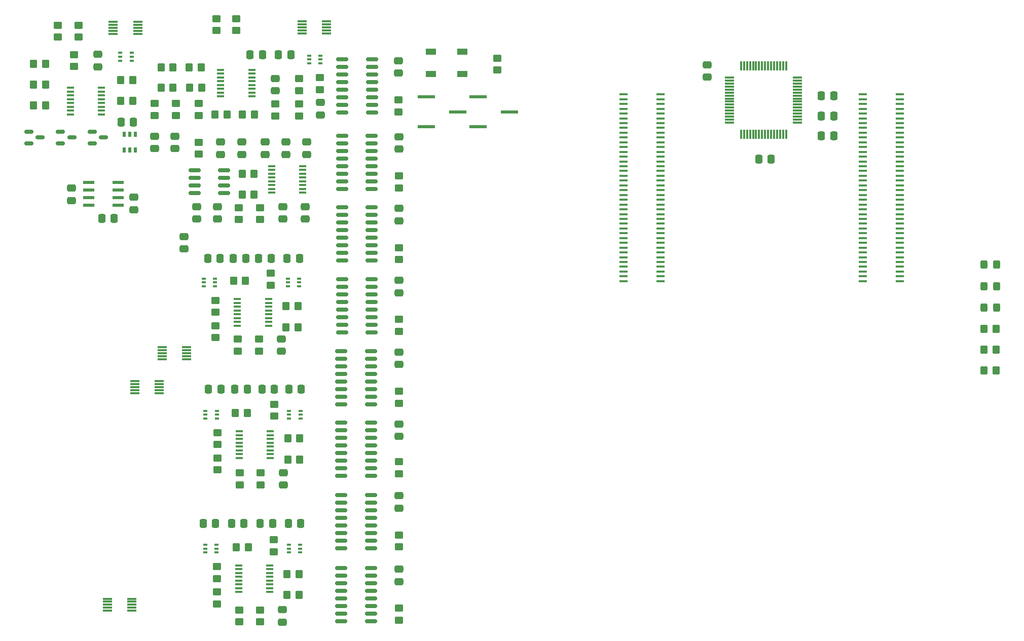
<source format=gtp>
%TF.GenerationSoftware,KiCad,Pcbnew,(6.0.8-1)-1*%
%TF.CreationDate,2022-11-17T19:15:12-05:00*%
%TF.ProjectId,HermEIS,4865726d-4549-4532-9e6b-696361645f70,rev?*%
%TF.SameCoordinates,Original*%
%TF.FileFunction,Paste,Top*%
%TF.FilePolarity,Positive*%
%FSLAX46Y46*%
G04 Gerber Fmt 4.6, Leading zero omitted, Abs format (unit mm)*
G04 Created by KiCad (PCBNEW (6.0.8-1)-1) date 2022-11-17 19:15:12*
%MOMM*%
%LPD*%
G01*
G04 APERTURE LIST*
G04 Aperture macros list*
%AMRoundRect*
0 Rectangle with rounded corners*
0 $1 Rounding radius*
0 $2 $3 $4 $5 $6 $7 $8 $9 X,Y pos of 4 corners*
0 Add a 4 corners polygon primitive as box body*
4,1,4,$2,$3,$4,$5,$6,$7,$8,$9,$2,$3,0*
0 Add four circle primitives for the rounded corners*
1,1,$1+$1,$2,$3*
1,1,$1+$1,$4,$5*
1,1,$1+$1,$6,$7*
1,1,$1+$1,$8,$9*
0 Add four rect primitives between the rounded corners*
20,1,$1+$1,$2,$3,$4,$5,0*
20,1,$1+$1,$4,$5,$6,$7,0*
20,1,$1+$1,$6,$7,$8,$9,0*
20,1,$1+$1,$8,$9,$2,$3,0*%
G04 Aperture macros list end*
%ADD10RoundRect,0.150000X-0.825000X-0.150000X0.825000X-0.150000X0.825000X0.150000X-0.825000X0.150000X0*%
%ADD11R,0.508000X0.876300*%
%ADD12RoundRect,0.250000X-0.350000X-0.450000X0.350000X-0.450000X0.350000X0.450000X-0.350000X0.450000X0*%
%ADD13RoundRect,0.250000X0.475000X-0.337500X0.475000X0.337500X-0.475000X0.337500X-0.475000X-0.337500X0*%
%ADD14RoundRect,0.250000X-0.337500X-0.475000X0.337500X-0.475000X0.337500X0.475000X-0.337500X0.475000X0*%
%ADD15R,1.447800X0.457200*%
%ADD16R,0.650000X0.400000*%
%ADD17RoundRect,0.250000X-0.475000X0.337500X-0.475000X-0.337500X0.475000X-0.337500X0.475000X0.337500X0*%
%ADD18RoundRect,0.250000X0.450000X-0.350000X0.450000X0.350000X-0.450000X0.350000X-0.450000X-0.350000X0*%
%ADD19RoundRect,0.250000X0.337500X0.475000X-0.337500X0.475000X-0.337500X-0.475000X0.337500X-0.475000X0*%
%ADD20R,1.524000X0.330200*%
%ADD21R,2.971800X0.558800*%
%ADD22R,1.200000X0.400000*%
%ADD23RoundRect,0.250000X-0.450000X0.350000X-0.450000X-0.350000X0.450000X-0.350000X0.450000X0.350000X0*%
%ADD24RoundRect,0.250000X0.350000X0.450000X-0.350000X0.450000X-0.350000X-0.450000X0.350000X-0.450000X0*%
%ADD25R,1.701800X0.990600*%
%ADD26RoundRect,0.150000X-0.587500X-0.150000X0.587500X-0.150000X0.587500X0.150000X-0.587500X0.150000X0*%
%ADD27RoundRect,0.250000X-0.325000X-0.450000X0.325000X-0.450000X0.325000X0.450000X-0.325000X0.450000X0*%
%ADD28RoundRect,0.075000X-0.700000X-0.075000X0.700000X-0.075000X0.700000X0.075000X-0.700000X0.075000X0*%
%ADD29RoundRect,0.075000X-0.075000X-0.700000X0.075000X-0.700000X0.075000X0.700000X-0.075000X0.700000X0*%
%ADD30R,1.981200X0.533400*%
G04 APERTURE END LIST*
D10*
%TO.C,U3*%
X86145000Y-57230000D03*
X86145000Y-58500000D03*
X86145000Y-59770000D03*
X86145000Y-61040000D03*
X86145000Y-62310000D03*
X86145000Y-63580000D03*
X86145000Y-64850000D03*
X86145000Y-66120000D03*
X91095000Y-66120000D03*
X91095000Y-64850000D03*
X91095000Y-63580000D03*
X91095000Y-62310000D03*
X91095000Y-61040000D03*
X91095000Y-59770000D03*
X91095000Y-58500000D03*
X91095000Y-57230000D03*
%TD*%
D11*
%TO.C,U9*%
X49730200Y-47669450D03*
X50670000Y-47669450D03*
X51609800Y-47669450D03*
X51609800Y-45040550D03*
X50670000Y-45040550D03*
X49730200Y-45040550D03*
%TD*%
D12*
%TO.C,R46*%
X76970000Y-122005000D03*
X78970000Y-122005000D03*
%TD*%
D13*
%TO.C,C12*%
X45370000Y-33742500D03*
X45370000Y-31667500D03*
%TD*%
D14*
%TO.C,C15*%
X63732500Y-65755000D03*
X65807500Y-65755000D03*
%TD*%
D15*
%TO.C,J19*%
X139336100Y-38348050D03*
X133163900Y-38348050D03*
X139336100Y-39148150D03*
X133163900Y-39148150D03*
X139336100Y-39948250D03*
X133163900Y-39948250D03*
X139336100Y-40748350D03*
X133163900Y-40748350D03*
X139336100Y-41548450D03*
X133163900Y-41548450D03*
X139336100Y-42348550D03*
X133163900Y-42348550D03*
X139336100Y-43148650D03*
X133163900Y-43148650D03*
X139336100Y-43948750D03*
X133163900Y-43948750D03*
X139336100Y-44748850D03*
X133163900Y-44748850D03*
X139336100Y-45548950D03*
X133163900Y-45548950D03*
X139336100Y-46349050D03*
X133163900Y-46349050D03*
X139336100Y-47149150D03*
X133163900Y-47149150D03*
X139336100Y-47949250D03*
X133163900Y-47949250D03*
X139336100Y-48749350D03*
X133163900Y-48749350D03*
X139336100Y-49549450D03*
X133163900Y-49549450D03*
X139336100Y-50349550D03*
X133163900Y-50349550D03*
X139336100Y-51149650D03*
X133163900Y-51149650D03*
X139336100Y-51949750D03*
X133163900Y-51949750D03*
X139336100Y-52749850D03*
X133163900Y-52749850D03*
X139336100Y-53549950D03*
X133163900Y-53549950D03*
X139336100Y-54350050D03*
X133163900Y-54350050D03*
X139336100Y-55150150D03*
X133163900Y-55150150D03*
X139336100Y-55950250D03*
X133163900Y-55950250D03*
X139336100Y-56750350D03*
X133163900Y-56750350D03*
X139336100Y-57550450D03*
X133163900Y-57550450D03*
X139336100Y-58350550D03*
X133163900Y-58350550D03*
X139336100Y-59150650D03*
X133163900Y-59150650D03*
X139336100Y-59950750D03*
X133163900Y-59950750D03*
X139336100Y-60750850D03*
X133163900Y-60750850D03*
X139336100Y-61550950D03*
X133163900Y-61550950D03*
X139336100Y-62351050D03*
X133163900Y-62351050D03*
X139336100Y-63151150D03*
X133163900Y-63151150D03*
X139336100Y-63951250D03*
X133163900Y-63951250D03*
X139336100Y-64751350D03*
X133163900Y-64751350D03*
X139336100Y-65551450D03*
X133163900Y-65551450D03*
X139336100Y-66351550D03*
X133163900Y-66351550D03*
X139336100Y-67151650D03*
X133163900Y-67151650D03*
X139336100Y-67951750D03*
X133163900Y-67951750D03*
X139336100Y-68751850D03*
X133163900Y-68751850D03*
X139336100Y-69551950D03*
X133163900Y-69551950D03*
%TD*%
D13*
%TO.C,C9*%
X54870000Y-47392500D03*
X54870000Y-45317500D03*
%TD*%
D16*
%TO.C,U14*%
X77070000Y-69105000D03*
X77070000Y-69755000D03*
X77070000Y-70405000D03*
X78970000Y-70405000D03*
X78970000Y-69755000D03*
X78970000Y-69105000D03*
%TD*%
D17*
%TO.C,C46*%
X59770000Y-62077500D03*
X59770000Y-64152500D03*
%TD*%
D18*
%TO.C,R3*%
X95620000Y-53955000D03*
X95620000Y-51955000D03*
%TD*%
D12*
%TO.C,R30*%
X68320000Y-91605000D03*
X70320000Y-91605000D03*
%TD*%
D13*
%TO.C,C34*%
X73270000Y-48392500D03*
X73270000Y-46317500D03*
%TD*%
D19*
%TO.C,C30*%
X69757500Y-110005000D03*
X67682500Y-110005000D03*
%TD*%
D20*
%TO.C,U31*%
X46955300Y-122614999D03*
X46955300Y-123115001D03*
X46955300Y-123615000D03*
X46955300Y-124114999D03*
X46955300Y-124615001D03*
X51044700Y-124615001D03*
X51044700Y-124114999D03*
X51044700Y-123615000D03*
X51044700Y-123115001D03*
X51044700Y-122614999D03*
%TD*%
D18*
%TO.C,R18*%
X68770000Y-81255000D03*
X68770000Y-79255000D03*
%TD*%
D14*
%TO.C,C28*%
X77182500Y-110005000D03*
X79257500Y-110005000D03*
%TD*%
D18*
%TO.C,R25*%
X65320000Y-101105000D03*
X65320000Y-99105000D03*
%TD*%
D21*
%TO.C,SW2*%
X100253800Y-38755000D03*
X105486200Y-41255000D03*
X100253800Y-43755000D03*
%TD*%
D14*
%TO.C,C20*%
X63820000Y-87605000D03*
X65895000Y-87605000D03*
%TD*%
D18*
%TO.C,R9*%
X95620000Y-126205000D03*
X95620000Y-124205000D03*
%TD*%
D12*
%TO.C,R34*%
X60720000Y-37255000D03*
X62720000Y-37255000D03*
%TD*%
D22*
%TO.C,U21*%
X68870000Y-117032500D03*
X68870000Y-117667500D03*
X68870000Y-118302500D03*
X68870000Y-118937500D03*
X68870000Y-119572500D03*
X68870000Y-120207500D03*
X68870000Y-120842500D03*
X68870000Y-121477500D03*
X74070000Y-121477500D03*
X74070000Y-120842500D03*
X74070000Y-120207500D03*
X74070000Y-119572500D03*
X74070000Y-118937500D03*
X74070000Y-118302500D03*
X74070000Y-117667500D03*
X74070000Y-117032500D03*
%TD*%
D18*
%TO.C,R53*%
X62170000Y-48355000D03*
X62170000Y-46355000D03*
%TD*%
D15*
%TO.C,J20*%
X179336100Y-38348050D03*
X173163900Y-38348050D03*
X179336100Y-39148150D03*
X173163900Y-39148150D03*
X179336100Y-39948250D03*
X173163900Y-39948250D03*
X179336100Y-40748350D03*
X173163900Y-40748350D03*
X179336100Y-41548450D03*
X173163900Y-41548450D03*
X179336100Y-42348550D03*
X173163900Y-42348550D03*
X179336100Y-43148650D03*
X173163900Y-43148650D03*
X179336100Y-43948750D03*
X173163900Y-43948750D03*
X179336100Y-44748850D03*
X173163900Y-44748850D03*
X179336100Y-45548950D03*
X173163900Y-45548950D03*
X179336100Y-46349050D03*
X173163900Y-46349050D03*
X179336100Y-47149150D03*
X173163900Y-47149150D03*
X179336100Y-47949250D03*
X173163900Y-47949250D03*
X179336100Y-48749350D03*
X173163900Y-48749350D03*
X179336100Y-49549450D03*
X173163900Y-49549450D03*
X179336100Y-50349550D03*
X173163900Y-50349550D03*
X179336100Y-51149650D03*
X173163900Y-51149650D03*
X179336100Y-51949750D03*
X173163900Y-51949750D03*
X179336100Y-52749850D03*
X173163900Y-52749850D03*
X179336100Y-53549950D03*
X173163900Y-53549950D03*
X179336100Y-54350050D03*
X173163900Y-54350050D03*
X179336100Y-55150150D03*
X173163900Y-55150150D03*
X179336100Y-55950250D03*
X173163900Y-55950250D03*
X179336100Y-56750350D03*
X173163900Y-56750350D03*
X179336100Y-57550450D03*
X173163900Y-57550450D03*
X179336100Y-58350550D03*
X173163900Y-58350550D03*
X179336100Y-59150650D03*
X173163900Y-59150650D03*
X179336100Y-59950750D03*
X173163900Y-59950750D03*
X179336100Y-60750850D03*
X173163900Y-60750850D03*
X179336100Y-61550950D03*
X173163900Y-61550950D03*
X179336100Y-62351050D03*
X173163900Y-62351050D03*
X179336100Y-63151150D03*
X173163900Y-63151150D03*
X179336100Y-63951250D03*
X173163900Y-63951250D03*
X179336100Y-64751350D03*
X173163900Y-64751350D03*
X179336100Y-65551450D03*
X173163900Y-65551450D03*
X179336100Y-66351550D03*
X173163900Y-66351550D03*
X179336100Y-67151650D03*
X173163900Y-67151650D03*
X179336100Y-67951750D03*
X173163900Y-67951750D03*
X179336100Y-68751850D03*
X173163900Y-68751850D03*
X179336100Y-69551950D03*
X173163900Y-69551950D03*
%TD*%
D10*
%TO.C,U5*%
X86015000Y-81230000D03*
X86015000Y-82500000D03*
X86015000Y-83770000D03*
X86015000Y-85040000D03*
X86015000Y-86310000D03*
X86015000Y-87580000D03*
X86015000Y-88850000D03*
X86015000Y-90120000D03*
X90965000Y-90120000D03*
X90965000Y-88850000D03*
X90965000Y-87580000D03*
X90965000Y-86310000D03*
X90965000Y-85040000D03*
X90965000Y-83770000D03*
X90965000Y-82500000D03*
X90965000Y-81230000D03*
%TD*%
D18*
%TO.C,R56*%
X62220000Y-41855000D03*
X62220000Y-39855000D03*
%TD*%
D12*
%TO.C,R33*%
X60620000Y-33855000D03*
X62620000Y-33855000D03*
%TD*%
D18*
%TO.C,R23*%
X74270000Y-70255000D03*
X74270000Y-68255000D03*
%TD*%
D12*
%TO.C,R12*%
X49170000Y-39455000D03*
X51170000Y-39455000D03*
%TD*%
D22*
%TO.C,U10*%
X40770000Y-37232500D03*
X40770000Y-37867500D03*
X40770000Y-38502500D03*
X40770000Y-39137500D03*
X40770000Y-39772500D03*
X40770000Y-40407500D03*
X40770000Y-41042500D03*
X40770000Y-41677500D03*
X45970000Y-41677500D03*
X45970000Y-41042500D03*
X45970000Y-40407500D03*
X45970000Y-39772500D03*
X45970000Y-39137500D03*
X45970000Y-38502500D03*
X45970000Y-37867500D03*
X45970000Y-37232500D03*
%TD*%
D23*
%TO.C,R16*%
X65020000Y-72755000D03*
X65020000Y-74755000D03*
%TD*%
D18*
%TO.C,R17*%
X65020000Y-79005000D03*
X65020000Y-77005000D03*
%TD*%
D12*
%TO.C,R47*%
X68470000Y-114005000D03*
X70470000Y-114005000D03*
%TD*%
D23*
%TO.C,R24*%
X65320000Y-94855000D03*
X65320000Y-96855000D03*
%TD*%
D19*
%TO.C,C48*%
X48107500Y-59055000D03*
X46032500Y-59055000D03*
%TD*%
D17*
%TO.C,C13*%
X76020000Y-79217500D03*
X76020000Y-81292500D03*
%TD*%
D12*
%TO.C,R28*%
X77070000Y-95855000D03*
X79070000Y-95855000D03*
%TD*%
%TO.C,R20*%
X76770000Y-73755000D03*
X78770000Y-73755000D03*
%TD*%
D17*
%TO.C,C25*%
X74970000Y-35667500D03*
X74970000Y-37742500D03*
%TD*%
D18*
%TO.C,R49*%
X72470000Y-59255000D03*
X72470000Y-57255000D03*
%TD*%
D24*
%TO.C,R60*%
X195390000Y-77496000D03*
X193390000Y-77496000D03*
%TD*%
D19*
%TO.C,C17*%
X74307500Y-65755000D03*
X72232500Y-65755000D03*
%TD*%
D13*
%TO.C,C42*%
X76770000Y-48392500D03*
X76770000Y-46317500D03*
%TD*%
D12*
%TO.C,R52*%
X69470000Y-55055000D03*
X71470000Y-55055000D03*
%TD*%
D17*
%TO.C,C4*%
X95620000Y-93417500D03*
X95620000Y-95492500D03*
%TD*%
D18*
%TO.C,R6*%
X95620000Y-65955000D03*
X95620000Y-63955000D03*
%TD*%
%TO.C,R42*%
X65220000Y-123505000D03*
X65220000Y-121505000D03*
%TD*%
D17*
%TO.C,C3*%
X95620000Y-45417500D03*
X95620000Y-47492500D03*
%TD*%
%TO.C,C8*%
X95620000Y-105417500D03*
X95620000Y-107492500D03*
%TD*%
D25*
%TO.C,SW1*%
X106261600Y-34924999D03*
X100978400Y-34924999D03*
X106261600Y-31225001D03*
X100978400Y-31225001D03*
%TD*%
D12*
%TO.C,R10*%
X49170000Y-35955000D03*
X51170000Y-35955000D03*
%TD*%
%TO.C,R35*%
X64920000Y-41755000D03*
X66920000Y-41755000D03*
%TD*%
D16*
%TO.C,U12*%
X63020000Y-69105000D03*
X63020000Y-69755000D03*
X63020000Y-70405000D03*
X64920000Y-70405000D03*
X64920000Y-69755000D03*
X64920000Y-69105000D03*
%TD*%
%TO.C,U11*%
X49120000Y-31405000D03*
X49120000Y-32055000D03*
X49120000Y-32705000D03*
X51020000Y-32705000D03*
X51020000Y-32055000D03*
X51020000Y-31405000D03*
%TD*%
D10*
%TO.C,U8*%
X86015000Y-117480000D03*
X86015000Y-118750000D03*
X86015000Y-120020000D03*
X86015000Y-121290000D03*
X86015000Y-122560000D03*
X86015000Y-123830000D03*
X86015000Y-125100000D03*
X86015000Y-126370000D03*
X90965000Y-126370000D03*
X90965000Y-125100000D03*
X90965000Y-123830000D03*
X90965000Y-122560000D03*
X90965000Y-121290000D03*
X90965000Y-120020000D03*
X90965000Y-118750000D03*
X90965000Y-117480000D03*
%TD*%
D18*
%TO.C,R1*%
X95570000Y-41255000D03*
X95570000Y-39255000D03*
%TD*%
D14*
%TO.C,C19*%
X77245000Y-87605000D03*
X79320000Y-87605000D03*
%TD*%
D24*
%TO.C,R54*%
X57920000Y-37255000D03*
X55920000Y-37255000D03*
%TD*%
D16*
%TO.C,U17*%
X77320000Y-91205000D03*
X77320000Y-91855000D03*
X77320000Y-92505000D03*
X79220000Y-92505000D03*
X79220000Y-91855000D03*
X79220000Y-91205000D03*
%TD*%
D26*
%TO.C,D2*%
X39132500Y-44605000D03*
X39132500Y-46505000D03*
X41007500Y-45555000D03*
%TD*%
D10*
%TO.C,U1*%
X86195000Y-32510000D03*
X86195000Y-33780000D03*
X86195000Y-35050000D03*
X86195000Y-36320000D03*
X86195000Y-37590000D03*
X86195000Y-38860000D03*
X86195000Y-40130000D03*
X86195000Y-41400000D03*
X91145000Y-41400000D03*
X91145000Y-40130000D03*
X91145000Y-38860000D03*
X91145000Y-37590000D03*
X91145000Y-36320000D03*
X91145000Y-35050000D03*
X91145000Y-33780000D03*
X91145000Y-32510000D03*
%TD*%
D18*
%TO.C,R4*%
X95620000Y-101705000D03*
X95620000Y-99705000D03*
%TD*%
D17*
%TO.C,C35*%
X147170000Y-33387500D03*
X147170000Y-35462500D03*
%TD*%
D18*
%TO.C,R5*%
X112120000Y-34275000D03*
X112120000Y-32275000D03*
%TD*%
%TO.C,R48*%
X74720000Y-114755000D03*
X74720000Y-112755000D03*
%TD*%
%TO.C,R43*%
X68970000Y-126505000D03*
X68970000Y-124505000D03*
%TD*%
D13*
%TO.C,C39*%
X79970000Y-59192500D03*
X79970000Y-57117500D03*
%TD*%
D12*
%TO.C,R11*%
X34620000Y-33255000D03*
X36620000Y-33255000D03*
%TD*%
D16*
%TO.C,U19*%
X80632500Y-31855000D03*
X80632500Y-32505000D03*
X80632500Y-33155000D03*
X82532500Y-33155000D03*
X82532500Y-32505000D03*
X82532500Y-31855000D03*
%TD*%
D10*
%TO.C,U6*%
X86015000Y-93230000D03*
X86015000Y-94500000D03*
X86015000Y-95770000D03*
X86015000Y-97040000D03*
X86015000Y-98310000D03*
X86015000Y-99580000D03*
X86015000Y-100850000D03*
X86015000Y-102120000D03*
X90965000Y-102120000D03*
X90965000Y-100850000D03*
X90965000Y-99580000D03*
X90965000Y-98310000D03*
X90965000Y-97040000D03*
X90965000Y-95770000D03*
X90965000Y-94500000D03*
X90965000Y-93230000D03*
%TD*%
D18*
%TO.C,R38*%
X78970000Y-41955000D03*
X78970000Y-39955000D03*
%TD*%
D17*
%TO.C,C26*%
X82570000Y-39717500D03*
X82570000Y-41792500D03*
%TD*%
D18*
%TO.C,R44*%
X72470000Y-126505000D03*
X72470000Y-124505000D03*
%TD*%
D24*
%TO.C,R62*%
X195390000Y-84480000D03*
X193390000Y-84480000D03*
%TD*%
D16*
%TO.C,U22*%
X77270000Y-113605000D03*
X77270000Y-114255000D03*
X77270000Y-114905000D03*
X79170000Y-114905000D03*
X79170000Y-114255000D03*
X79170000Y-113605000D03*
%TD*%
D22*
%TO.C,U25*%
X74370000Y-50332500D03*
X74370000Y-50967500D03*
X74370000Y-51602500D03*
X74370000Y-52237500D03*
X74370000Y-52872500D03*
X74370000Y-53507500D03*
X74370000Y-54142500D03*
X74370000Y-54777500D03*
X79570000Y-54777500D03*
X79570000Y-54142500D03*
X79570000Y-53507500D03*
X79570000Y-52872500D03*
X79570000Y-52237500D03*
X79570000Y-51602500D03*
X79570000Y-50967500D03*
X79570000Y-50332500D03*
%TD*%
D14*
%TO.C,C44*%
X166212500Y-45300000D03*
X168287500Y-45300000D03*
%TD*%
D12*
%TO.C,R51*%
X69470000Y-51655000D03*
X71470000Y-51655000D03*
%TD*%
D18*
%TO.C,R8*%
X95620000Y-77955000D03*
X95620000Y-75955000D03*
%TD*%
D17*
%TO.C,C11*%
X95620000Y-117667500D03*
X95620000Y-119742500D03*
%TD*%
D24*
%TO.C,R14*%
X36620000Y-40205000D03*
X34620000Y-40205000D03*
%TD*%
D18*
%TO.C,R55*%
X54820000Y-41855000D03*
X54820000Y-39855000D03*
%TD*%
D17*
%TO.C,C27*%
X76220000Y-124467500D03*
X76220000Y-126542500D03*
%TD*%
D27*
%TO.C,D5*%
X193387500Y-70377000D03*
X195437500Y-70377000D03*
%TD*%
D12*
%TO.C,R36*%
X69520000Y-41755000D03*
X71520000Y-41755000D03*
%TD*%
D23*
%TO.C,R58*%
X38670000Y-26785000D03*
X38670000Y-28785000D03*
%TD*%
D27*
%TO.C,D4*%
X193387500Y-73959000D03*
X195437500Y-73959000D03*
%TD*%
D14*
%TO.C,C29*%
X62970000Y-110005000D03*
X65045000Y-110005000D03*
%TD*%
D20*
%TO.C,U29*%
X51545300Y-86274999D03*
X51545300Y-86775001D03*
X51545300Y-87275000D03*
X51545300Y-87774999D03*
X51545300Y-88275001D03*
X55634700Y-88275001D03*
X55634700Y-87774999D03*
X55634700Y-87275000D03*
X55634700Y-86775001D03*
X55634700Y-86274999D03*
%TD*%
D17*
%TO.C,C18*%
X76320000Y-101567500D03*
X76320000Y-103642500D03*
%TD*%
D19*
%TO.C,C16*%
X70057500Y-65755000D03*
X67982500Y-65755000D03*
%TD*%
D13*
%TO.C,C43*%
X80270000Y-48392500D03*
X80270000Y-46317500D03*
%TD*%
D28*
%TO.C,U24*%
X150875000Y-35550000D03*
X150875000Y-36050000D03*
X150875000Y-36550000D03*
X150875000Y-37050000D03*
X150875000Y-37550000D03*
X150875000Y-38050000D03*
X150875000Y-38550000D03*
X150875000Y-39050000D03*
X150875000Y-39550000D03*
X150875000Y-40050000D03*
X150875000Y-40550000D03*
X150875000Y-41050000D03*
X150875000Y-41550000D03*
X150875000Y-42050000D03*
X150875000Y-42550000D03*
X150875000Y-43050000D03*
D29*
X152800000Y-44975000D03*
X153300000Y-44975000D03*
X153800000Y-44975000D03*
X154300000Y-44975000D03*
X154800000Y-44975000D03*
X155300000Y-44975000D03*
X155800000Y-44975000D03*
X156300000Y-44975000D03*
X156800000Y-44975000D03*
X157300000Y-44975000D03*
X157800000Y-44975000D03*
X158300000Y-44975000D03*
X158800000Y-44975000D03*
X159300000Y-44975000D03*
X159800000Y-44975000D03*
X160300000Y-44975000D03*
D28*
X162225000Y-43050000D03*
X162225000Y-42550000D03*
X162225000Y-42050000D03*
X162225000Y-41550000D03*
X162225000Y-41050000D03*
X162225000Y-40550000D03*
X162225000Y-40050000D03*
X162225000Y-39550000D03*
X162225000Y-39050000D03*
X162225000Y-38550000D03*
X162225000Y-38050000D03*
X162225000Y-37550000D03*
X162225000Y-37050000D03*
X162225000Y-36550000D03*
X162225000Y-36050000D03*
X162225000Y-35550000D03*
D29*
X160300000Y-33625000D03*
X159800000Y-33625000D03*
X159300000Y-33625000D03*
X158800000Y-33625000D03*
X158300000Y-33625000D03*
X157800000Y-33625000D03*
X157300000Y-33625000D03*
X156800000Y-33625000D03*
X156300000Y-33625000D03*
X155800000Y-33625000D03*
X155300000Y-33625000D03*
X154800000Y-33625000D03*
X154300000Y-33625000D03*
X153800000Y-33625000D03*
X153300000Y-33625000D03*
X152800000Y-33625000D03*
%TD*%
D16*
%TO.C,U15*%
X63320000Y-91205000D03*
X63320000Y-91855000D03*
X63320000Y-92505000D03*
X65220000Y-92505000D03*
X65220000Y-91855000D03*
X65220000Y-91205000D03*
%TD*%
D18*
%TO.C,R19*%
X72270000Y-81255000D03*
X72270000Y-79255000D03*
%TD*%
D19*
%TO.C,C22*%
X74857500Y-87605000D03*
X72782500Y-87605000D03*
%TD*%
D17*
%TO.C,C1*%
X95570000Y-32717500D03*
X95570000Y-34792500D03*
%TD*%
D18*
%TO.C,R31*%
X74820000Y-92105000D03*
X74820000Y-90105000D03*
%TD*%
%TO.C,R57*%
X58420000Y-41855000D03*
X58420000Y-39855000D03*
%TD*%
D19*
%TO.C,C23*%
X77620000Y-31755000D03*
X75545000Y-31755000D03*
%TD*%
D12*
%TO.C,R32*%
X55920000Y-33855000D03*
X57920000Y-33855000D03*
%TD*%
D27*
%TO.C,D6*%
X193387500Y-66795000D03*
X195437500Y-66795000D03*
%TD*%
D10*
%TO.C,U4*%
X86145000Y-69230000D03*
X86145000Y-70500000D03*
X86145000Y-71770000D03*
X86145000Y-73040000D03*
X86145000Y-74310000D03*
X86145000Y-75580000D03*
X86145000Y-76850000D03*
X86145000Y-78120000D03*
X91095000Y-78120000D03*
X91095000Y-76850000D03*
X91095000Y-75580000D03*
X91095000Y-74310000D03*
X91095000Y-73040000D03*
X91095000Y-71770000D03*
X91095000Y-70500000D03*
X91095000Y-69230000D03*
%TD*%
D12*
%TO.C,R45*%
X76970000Y-118505000D03*
X78970000Y-118505000D03*
%TD*%
D13*
%TO.C,C6*%
X58270000Y-47392500D03*
X58270000Y-45317500D03*
%TD*%
D24*
%TO.C,R61*%
X195390000Y-80988000D03*
X193390000Y-80988000D03*
%TD*%
D12*
%TO.C,R29*%
X77070000Y-99355000D03*
X79070000Y-99355000D03*
%TD*%
D18*
%TO.C,R50*%
X68870000Y-59255000D03*
X68870000Y-57255000D03*
%TD*%
D22*
%TO.C,U13*%
X68670000Y-72532500D03*
X68670000Y-73167500D03*
X68670000Y-73802500D03*
X68670000Y-74437500D03*
X68670000Y-75072500D03*
X68670000Y-75707500D03*
X68670000Y-76342500D03*
X68670000Y-76977500D03*
X73870000Y-76977500D03*
X73870000Y-76342500D03*
X73870000Y-75707500D03*
X73870000Y-75072500D03*
X73870000Y-74437500D03*
X73870000Y-73802500D03*
X73870000Y-73167500D03*
X73870000Y-72532500D03*
%TD*%
D18*
%TO.C,R2*%
X95620000Y-89955000D03*
X95620000Y-87955000D03*
%TD*%
D12*
%TO.C,R21*%
X76770000Y-77255000D03*
X78770000Y-77255000D03*
%TD*%
D10*
%TO.C,U7*%
X86015000Y-105260000D03*
X86015000Y-106530000D03*
X86015000Y-107800000D03*
X86015000Y-109070000D03*
X86015000Y-110340000D03*
X86015000Y-111610000D03*
X86015000Y-112880000D03*
X86015000Y-114150000D03*
X90965000Y-114150000D03*
X90965000Y-112880000D03*
X90965000Y-111610000D03*
X90965000Y-110340000D03*
X90965000Y-109070000D03*
X90965000Y-107800000D03*
X90965000Y-106530000D03*
X90965000Y-105260000D03*
%TD*%
D23*
%TO.C,R41*%
X65220000Y-117255000D03*
X65220000Y-119255000D03*
%TD*%
D14*
%TO.C,C36*%
X155762500Y-49200000D03*
X157837500Y-49200000D03*
%TD*%
D18*
%TO.C,R26*%
X69070000Y-103605000D03*
X69070000Y-101605000D03*
%TD*%
%TO.C,R7*%
X95620000Y-113955000D03*
X95620000Y-111955000D03*
%TD*%
D14*
%TO.C,C45*%
X166212500Y-41925000D03*
X168287500Y-41925000D03*
%TD*%
D18*
%TO.C,R15*%
X41370000Y-33705000D03*
X41370000Y-31705000D03*
%TD*%
D23*
%TO.C,R59*%
X42180000Y-26785000D03*
X42180000Y-28785000D03*
%TD*%
D22*
%TO.C,U18*%
X65870000Y-34232500D03*
X65870000Y-34867500D03*
X65870000Y-35502500D03*
X65870000Y-36137500D03*
X65870000Y-36772500D03*
X65870000Y-37407500D03*
X65870000Y-38042500D03*
X65870000Y-38677500D03*
X71070000Y-38677500D03*
X71070000Y-38042500D03*
X71070000Y-37407500D03*
X71070000Y-36772500D03*
X71070000Y-36137500D03*
X71070000Y-35502500D03*
X71070000Y-34867500D03*
X71070000Y-34232500D03*
%TD*%
D26*
%TO.C,D3*%
X44432500Y-44605000D03*
X44432500Y-46505000D03*
X46307500Y-45555000D03*
%TD*%
%TO.C,D1*%
X33832500Y-44605000D03*
X33832500Y-46505000D03*
X35707500Y-45555000D03*
%TD*%
D17*
%TO.C,C2*%
X95620000Y-81417500D03*
X95620000Y-83492500D03*
%TD*%
%TO.C,C47*%
X40970000Y-54017500D03*
X40970000Y-56092500D03*
%TD*%
D30*
%TO.C,U26*%
X43855600Y-53062800D03*
X43855600Y-54332800D03*
X43855600Y-55602800D03*
X43855600Y-56872800D03*
X48783200Y-56872800D03*
X48783200Y-55602800D03*
X48783200Y-54332800D03*
X48783200Y-53062800D03*
%TD*%
D17*
%TO.C,C10*%
X95620000Y-69417500D03*
X95620000Y-71492500D03*
%TD*%
D14*
%TO.C,C14*%
X76982500Y-65755000D03*
X79057500Y-65755000D03*
%TD*%
%TO.C,C24*%
X70782500Y-31755000D03*
X72857500Y-31755000D03*
%TD*%
%TO.C,C5*%
X49232500Y-42955000D03*
X51307500Y-42955000D03*
%TD*%
D19*
%TO.C,C21*%
X70320000Y-87605000D03*
X68245000Y-87605000D03*
%TD*%
D23*
%TO.C,R39*%
X78970000Y-35705000D03*
X78970000Y-37705000D03*
%TD*%
D20*
%TO.C,U28*%
X56078350Y-80607499D03*
X56078350Y-81107501D03*
X56078350Y-81607500D03*
X56078350Y-82107499D03*
X56078350Y-82607501D03*
X60167750Y-82607501D03*
X60167750Y-82107499D03*
X60167750Y-81607500D03*
X60167750Y-81107501D03*
X60167750Y-80607499D03*
%TD*%
D10*
%TO.C,U23*%
X61495000Y-51050000D03*
X61495000Y-52320000D03*
X61495000Y-53590000D03*
X61495000Y-54860000D03*
X66445000Y-54860000D03*
X66445000Y-53590000D03*
X66445000Y-52320000D03*
X66445000Y-51050000D03*
%TD*%
D13*
%TO.C,C38*%
X65370000Y-59192500D03*
X65370000Y-57117500D03*
%TD*%
D23*
%TO.C,R64*%
X68500000Y-25685000D03*
X68500000Y-27685000D03*
%TD*%
D12*
%TO.C,R22*%
X68020000Y-69505000D03*
X70020000Y-69505000D03*
%TD*%
D13*
%TO.C,C32*%
X65870000Y-48392500D03*
X65870000Y-46317500D03*
%TD*%
D18*
%TO.C,R27*%
X72570000Y-103605000D03*
X72570000Y-101605000D03*
%TD*%
D19*
%TO.C,C31*%
X74545000Y-110005000D03*
X72470000Y-110005000D03*
%TD*%
D17*
%TO.C,C41*%
X76270000Y-57117500D03*
X76270000Y-59192500D03*
%TD*%
%TO.C,C7*%
X95620000Y-57417500D03*
X95620000Y-59492500D03*
%TD*%
D20*
%TO.C,U27*%
X47925300Y-26254999D03*
X47925300Y-26755001D03*
X47925300Y-27255000D03*
X47925300Y-27754999D03*
X47925300Y-28255001D03*
X52014700Y-28255001D03*
X52014700Y-27754999D03*
X52014700Y-27255000D03*
X52014700Y-26755001D03*
X52014700Y-26254999D03*
%TD*%
D17*
%TO.C,C40*%
X61870000Y-57117500D03*
X61870000Y-59192500D03*
%TD*%
%TO.C,C49*%
X51370000Y-55517500D03*
X51370000Y-57592500D03*
%TD*%
D21*
%TO.C,SW3*%
X108853800Y-38755000D03*
X114086200Y-41255000D03*
X108853800Y-43755000D03*
%TD*%
D22*
%TO.C,U16*%
X68970000Y-94632500D03*
X68970000Y-95267500D03*
X68970000Y-95902500D03*
X68970000Y-96537500D03*
X68970000Y-97172500D03*
X68970000Y-97807500D03*
X68970000Y-98442500D03*
X68970000Y-99077500D03*
X74170000Y-99077500D03*
X74170000Y-98442500D03*
X74170000Y-97807500D03*
X74170000Y-97172500D03*
X74170000Y-96537500D03*
X74170000Y-95902500D03*
X74170000Y-95267500D03*
X74170000Y-94632500D03*
%TD*%
D23*
%TO.C,R65*%
X65150000Y-25685000D03*
X65150000Y-27685000D03*
%TD*%
D20*
%TO.C,U30*%
X79445300Y-26154999D03*
X79445300Y-26655001D03*
X79445300Y-27155000D03*
X79445300Y-27654999D03*
X79445300Y-28155001D03*
X83534700Y-28155001D03*
X83534700Y-27654999D03*
X83534700Y-27155000D03*
X83534700Y-26655001D03*
X83534700Y-26154999D03*
%TD*%
D12*
%TO.C,R13*%
X34620000Y-36730000D03*
X36620000Y-36730000D03*
%TD*%
D16*
%TO.C,U20*%
X63270000Y-113605000D03*
X63270000Y-114255000D03*
X63270000Y-114905000D03*
X65170000Y-114905000D03*
X65170000Y-114255000D03*
X65170000Y-113605000D03*
%TD*%
D14*
%TO.C,C37*%
X166212500Y-38550000D03*
X168287500Y-38550000D03*
%TD*%
D18*
%TO.C,R37*%
X74970000Y-41955000D03*
X74970000Y-39955000D03*
%TD*%
D13*
%TO.C,C33*%
X69370000Y-48392500D03*
X69370000Y-46317500D03*
%TD*%
D10*
%TO.C,U2*%
X86145000Y-45230000D03*
X86145000Y-46500000D03*
X86145000Y-47770000D03*
X86145000Y-49040000D03*
X86145000Y-50310000D03*
X86145000Y-51580000D03*
X86145000Y-52850000D03*
X86145000Y-54120000D03*
X91095000Y-54120000D03*
X91095000Y-52850000D03*
X91095000Y-51580000D03*
X91095000Y-50310000D03*
X91095000Y-49040000D03*
X91095000Y-47770000D03*
X91095000Y-46500000D03*
X91095000Y-45230000D03*
%TD*%
D18*
%TO.C,R40*%
X82470000Y-37555000D03*
X82470000Y-35555000D03*
%TD*%
M02*

</source>
